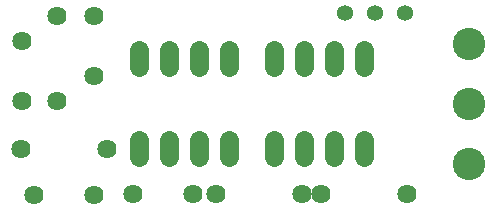
<source format=gbr>
G04 EAGLE Gerber RS-274X export*
G75*
%MOMM*%
%FSLAX34Y34*%
%LPD*%
%INSoldermask Top*%
%IPPOS*%
%AMOC8*
5,1,8,0,0,1.08239X$1,22.5*%
G01*
G04 Define Apertures*
%ADD10C,1.361200*%
%ADD11C,1.625600*%
%ADD12C,2.743200*%
%ADD13C,1.603200*%
D10*
X847456Y178564D03*
X898256Y178564D03*
X872856Y178564D03*
D11*
X645800Y63500D03*
X573400Y63500D03*
X603250Y103500D03*
X603250Y175900D03*
X827400Y25400D03*
X899800Y25400D03*
D12*
X952500Y50800D03*
X952500Y101600D03*
X952500Y152400D03*
D13*
X749300Y146700D02*
X749300Y132700D01*
X723900Y132700D02*
X723900Y146700D01*
X698500Y146700D02*
X698500Y132700D01*
X673100Y132700D02*
X673100Y146700D01*
X673100Y70500D02*
X673100Y56500D01*
X698500Y56500D02*
X698500Y70500D01*
X723900Y70500D02*
X723900Y56500D01*
X749300Y56500D02*
X749300Y70500D01*
X863600Y132700D02*
X863600Y146700D01*
X838200Y146700D02*
X838200Y132700D01*
X812800Y132700D02*
X812800Y146700D01*
X787400Y146700D02*
X787400Y132700D01*
X787400Y70500D02*
X787400Y56500D01*
X812800Y56500D02*
X812800Y70500D01*
X838200Y70500D02*
X838200Y56500D01*
X863600Y56500D02*
X863600Y70500D01*
D11*
X738500Y25400D03*
X810900Y25400D03*
X635000Y23876D03*
X584200Y23876D03*
X718424Y25400D03*
X667624Y25400D03*
X635000Y176024D03*
X635000Y125224D03*
X573504Y103604D03*
X573504Y154404D03*
M02*

</source>
